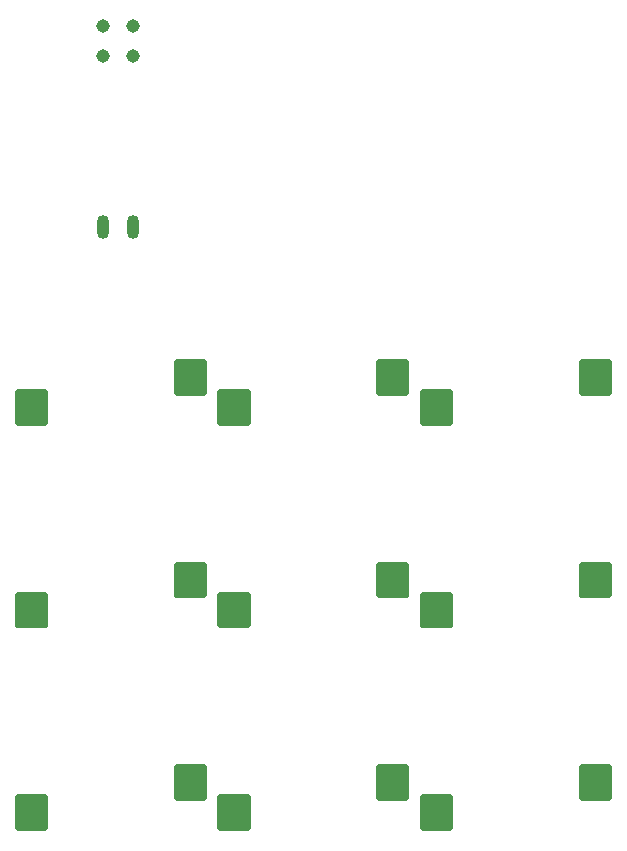
<source format=gbp>
G04 Layer: BottomPasteMaskLayer*
G04 EasyEDA v6.5.47, 2024-10-01 18:36:09*
G04 3ec955026bfb45a2a6d22a94ecb3f8fa,969951738f564c6b9e5867b4eeab67b3,10*
G04 Gerber Generator version 0.2*
G04 Scale: 100 percent, Rotated: No, Reflected: No *
G04 Dimensions in inches *
G04 leading zeros omitted , absolute positions ,3 integer and 6 decimal *
%FSLAX36Y36*%
%MOIN*%

%ADD10O,0.04X0.08*%
%ADD11C,0.0450*%

%LPD*%
G36*
X393000Y906020D02*
G01*
X385120Y898160D01*
X385120Y791860D01*
X393000Y783980D01*
X487480Y783980D01*
X495360Y791860D01*
X495360Y898160D01*
X487480Y906020D01*
G37*
G36*
X922520Y1006020D02*
G01*
X914640Y998160D01*
X914640Y891860D01*
X922520Y883980D01*
X1017000Y883980D01*
X1024880Y891860D01*
X1024880Y998160D01*
X1017000Y1006020D01*
G37*
G36*
X1068000Y906020D02*
G01*
X1060120Y898160D01*
X1060120Y791860D01*
X1068000Y783980D01*
X1162480Y783980D01*
X1170360Y791860D01*
X1170360Y898160D01*
X1162480Y906020D01*
G37*
G36*
X1597520Y1006020D02*
G01*
X1589640Y998160D01*
X1589640Y891860D01*
X1597520Y883980D01*
X1692000Y883980D01*
X1699880Y891860D01*
X1699880Y998160D01*
X1692000Y1006020D01*
G37*
G36*
X1743000Y906020D02*
G01*
X1735120Y898160D01*
X1735120Y791860D01*
X1743000Y783980D01*
X1837480Y783980D01*
X1845360Y791860D01*
X1845360Y898160D01*
X1837480Y906020D01*
G37*
G36*
X2272520Y1006020D02*
G01*
X2264640Y998160D01*
X2264640Y891860D01*
X2272520Y883980D01*
X2367000Y883980D01*
X2374880Y891860D01*
X2374880Y998160D01*
X2367000Y1006020D01*
G37*
G36*
X393000Y231020D02*
G01*
X385120Y223160D01*
X385120Y116860D01*
X393000Y108980D01*
X487480Y108980D01*
X495360Y116860D01*
X495360Y223160D01*
X487480Y231020D01*
G37*
G36*
X922520Y331019D02*
G01*
X914640Y323160D01*
X914640Y216860D01*
X922520Y208980D01*
X1017000Y208980D01*
X1024880Y216860D01*
X1024880Y323160D01*
X1017000Y331019D01*
G37*
G36*
X1068000Y231020D02*
G01*
X1060120Y223160D01*
X1060120Y116860D01*
X1068000Y108980D01*
X1162480Y108980D01*
X1170360Y116860D01*
X1170360Y223160D01*
X1162480Y231020D01*
G37*
G36*
X1597520Y331019D02*
G01*
X1589640Y323160D01*
X1589640Y216860D01*
X1597520Y208980D01*
X1692000Y208980D01*
X1699880Y216860D01*
X1699880Y323160D01*
X1692000Y331019D01*
G37*
G36*
X1743000Y231020D02*
G01*
X1735120Y223160D01*
X1735120Y116860D01*
X1743000Y108980D01*
X1837480Y108980D01*
X1845360Y116860D01*
X1845360Y223160D01*
X1837480Y231020D01*
G37*
G36*
X2272520Y331019D02*
G01*
X2264640Y323160D01*
X2264640Y216860D01*
X2272520Y208980D01*
X2367000Y208980D01*
X2374880Y216860D01*
X2374880Y323160D01*
X2367000Y331019D01*
G37*
G36*
X393000Y-443980D02*
G01*
X385120Y-451840D01*
X385120Y-558140D01*
X393000Y-566020D01*
X487480Y-566020D01*
X495360Y-558140D01*
X495360Y-451840D01*
X487480Y-443980D01*
G37*
G36*
X922520Y-343980D02*
G01*
X914640Y-351840D01*
X914640Y-458140D01*
X922520Y-466019D01*
X1017000Y-466019D01*
X1024880Y-458140D01*
X1024880Y-351840D01*
X1017000Y-343980D01*
G37*
G36*
X1068000Y-443980D02*
G01*
X1060120Y-451840D01*
X1060120Y-558140D01*
X1068000Y-566020D01*
X1162480Y-566020D01*
X1170360Y-558140D01*
X1170360Y-451840D01*
X1162480Y-443980D01*
G37*
G36*
X1597520Y-343980D02*
G01*
X1589640Y-351840D01*
X1589640Y-458140D01*
X1597520Y-466019D01*
X1692000Y-466019D01*
X1699880Y-458140D01*
X1699880Y-351840D01*
X1692000Y-343980D01*
G37*
G36*
X1743000Y-443980D02*
G01*
X1735120Y-451840D01*
X1735120Y-558140D01*
X1743000Y-566020D01*
X1837480Y-566020D01*
X1845360Y-558140D01*
X1845360Y-451840D01*
X1837480Y-443980D01*
G37*
G36*
X2272520Y-343980D02*
G01*
X2264640Y-351840D01*
X2264640Y-458140D01*
X2272520Y-466019D01*
X2367000Y-466019D01*
X2374880Y-458140D01*
X2374880Y-351840D01*
X2367000Y-343980D01*
G37*
D10*
G01*
X777849Y1445270D03*
G01*
X677460Y1445270D03*
D11*
G01*
X777899Y2114720D03*
G01*
X777899Y2014720D03*
G01*
X677899Y2014720D03*
G01*
X677899Y2114720D03*
M02*

</source>
